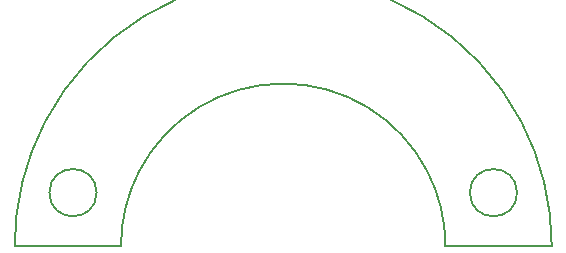
<source format=gbr>
G04 #@! TF.GenerationSoftware,KiCad,Pcbnew,5.1.5*
G04 #@! TF.CreationDate,2020-06-30T15:32:26-05:00*
G04 #@! TF.ProjectId,Encoder,456e636f-6465-4722-9e6b-696361645f70,rev?*
G04 #@! TF.SameCoordinates,Original*
G04 #@! TF.FileFunction,Profile,NP*
%FSLAX46Y46*%
G04 Gerber Fmt 4.6, Leading zero omitted, Abs format (unit mm)*
G04 Created by KiCad (PCBNEW 5.1.5) date 2020-06-30 15:32:26*
%MOMM*%
%LPD*%
G04 APERTURE LIST*
%ADD10C,0.200000*%
G04 APERTURE END LIST*
D10*
X137362000Y-78050000D02*
G75*
G03X137362000Y-78050000I-2000000J0D01*
G01*
X173339092Y-72070945D02*
G75*
G02X175897999Y-82550000I-20177092J-10479055D01*
G01*
X140967483Y-76227703D02*
G75*
G02X165356517Y-76227703I12194517J-6322297D01*
G01*
X172962000Y-78050000D02*
G75*
G03X172962000Y-78050000I-2000000J0D01*
G01*
X132984907Y-72070943D02*
G75*
G02X173339093Y-72070945I20177093J-10479057D01*
G01*
X130426000Y-82550001D02*
G75*
G02X132984907Y-72070945I22736000J1D01*
G01*
X166898000Y-82550000D02*
X175897999Y-82550000D01*
X130426000Y-82550000D02*
X139426000Y-82550000D01*
X139426000Y-82550000D02*
G75*
G02X140967483Y-76227703I13736000J0D01*
G01*
X165356517Y-76227703D02*
G75*
G02X166898000Y-82550000I-12194517J-6322297D01*
G01*
M02*

</source>
